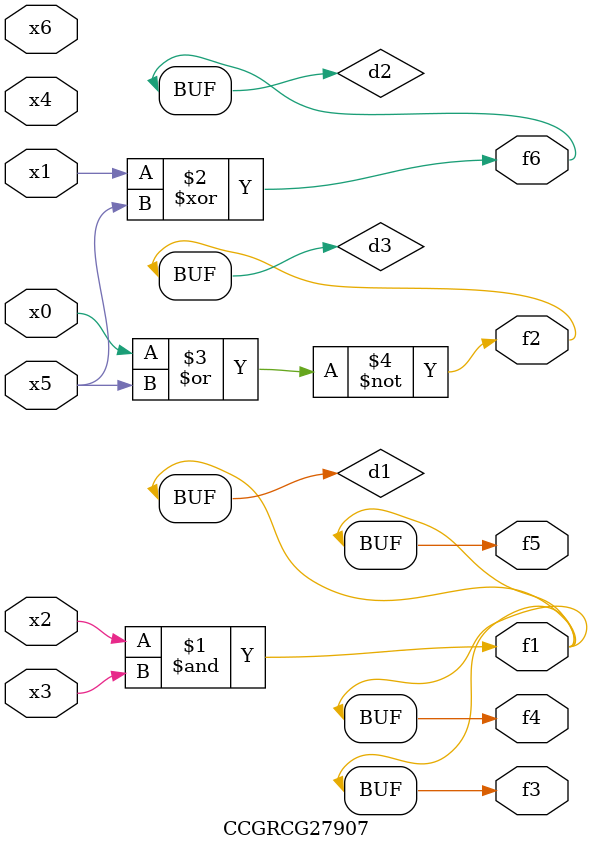
<source format=v>
module CCGRCG27907(
	input x0, x1, x2, x3, x4, x5, x6,
	output f1, f2, f3, f4, f5, f6
);

	wire d1, d2, d3;

	and (d1, x2, x3);
	xor (d2, x1, x5);
	nor (d3, x0, x5);
	assign f1 = d1;
	assign f2 = d3;
	assign f3 = d1;
	assign f4 = d1;
	assign f5 = d1;
	assign f6 = d2;
endmodule

</source>
